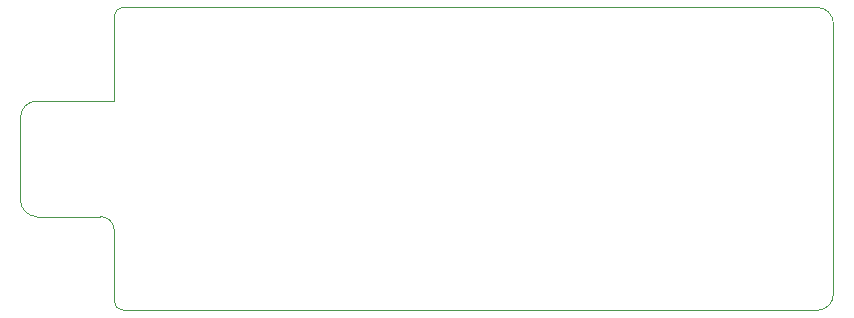
<source format=gbr>
%TF.GenerationSoftware,KiCad,Pcbnew,8.0.5*%
%TF.CreationDate,2024-11-26T22:05:53-06:00*%
%TF.ProjectId,Mini-Lora,4d696e69-2d4c-46f7-9261-2e6b69636164,rev?*%
%TF.SameCoordinates,Original*%
%TF.FileFunction,Profile,NP*%
%FSLAX46Y46*%
G04 Gerber Fmt 4.6, Leading zero omitted, Abs format (unit mm)*
G04 Created by KiCad (PCBNEW 8.0.5) date 2024-11-26 22:05:53*
%MOMM*%
%LPD*%
G01*
G04 APERTURE LIST*
%TA.AperFunction,Profile*%
%ADD10C,0.025400*%
%TD*%
G04 APERTURE END LIST*
D10*
X181489165Y-92176644D02*
X122783415Y-92176644D01*
X122783415Y-92176644D02*
X122751665Y-92176644D01*
X114083915Y-101511144D02*
X114083915Y-108496144D01*
X122783415Y-117830644D02*
X181584415Y-117830644D01*
X182917915Y-116433644D02*
G75*
G02*
X181584415Y-117830644I-1365250J-31750D01*
G01*
X182917915Y-116433644D02*
X182917915Y-93573644D01*
X181489165Y-92176644D02*
G75*
G02*
X182917915Y-93573644I15875J-1412875D01*
G01*
X114083915Y-101511144D02*
G75*
G02*
X115480915Y-100114144I1397000J0D01*
G01*
X122021415Y-100114144D02*
X115480915Y-100114144D01*
X122021415Y-92938644D02*
G75*
G02*
X122783415Y-92176644I762000J0D01*
G01*
X122021415Y-92938644D02*
X122021415Y-100114144D01*
X122021415Y-111036144D02*
X122021415Y-117068644D01*
X122783415Y-117830644D02*
G75*
G02*
X122021415Y-117068644I0J762000D01*
G01*
X120814915Y-109893144D02*
G75*
G02*
X122021415Y-111036144I31750J-1174750D01*
G01*
X120814915Y-109893144D02*
X115480915Y-109893144D01*
X115480915Y-109893144D02*
G75*
G02*
X114083915Y-108496144I0J1397000D01*
G01*
M02*

</source>
